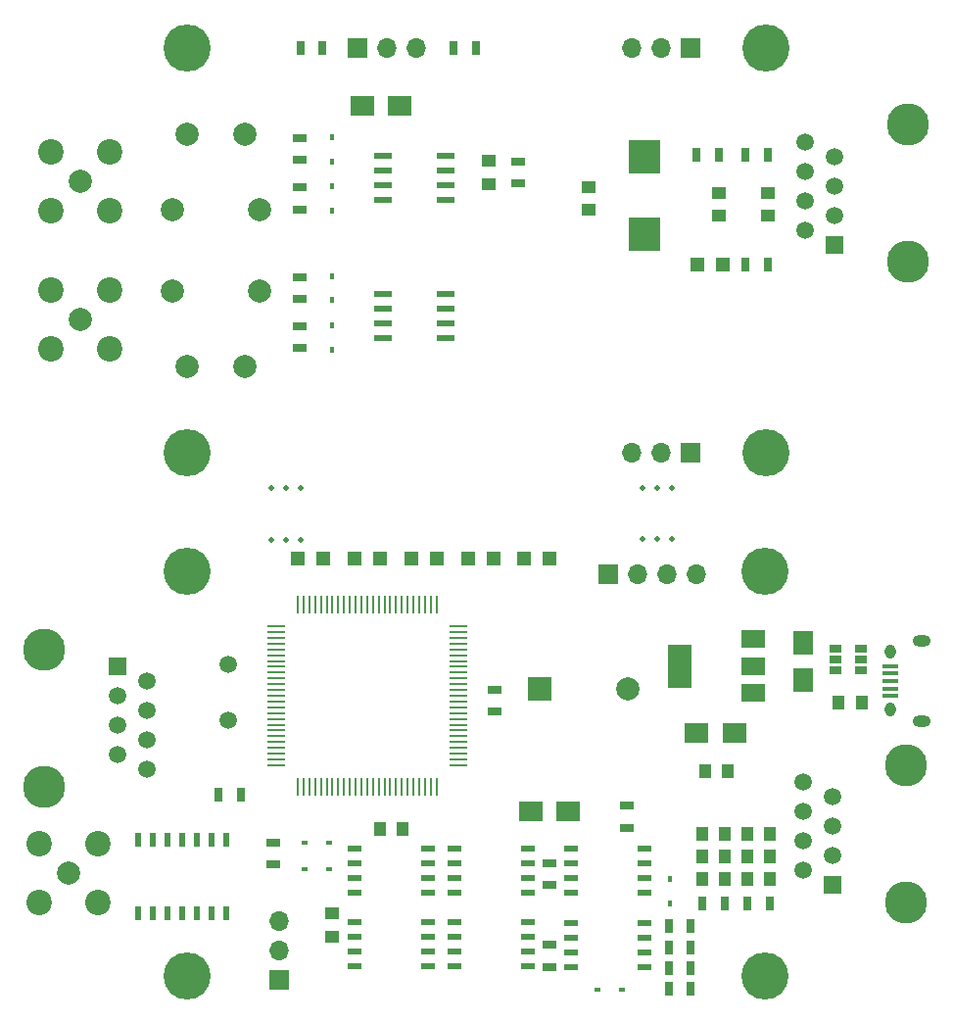
<source format=gts>
G04 #@! TF.FileFunction,Soldermask,Top*
%FSLAX46Y46*%
G04 Gerber Fmt 4.6, Leading zero omitted, Abs format (unit mm)*
G04 Created by KiCad (PCBNEW 4.0.7) date Wed Feb 14 18:29:33 2018*
%MOMM*%
%LPD*%
G01*
G04 APERTURE LIST*
%ADD10C,0.100000*%
%ADD11C,4.064000*%
%ADD12C,2.000000*%
%ADD13R,2.150000X1.800000*%
%ADD14R,2.700000X2.950000*%
%ADD15R,1.250000X1.000000*%
%ADD16R,0.450000X0.600000*%
%ADD17R,1.200000X1.200000*%
%ADD18C,2.200000*%
%ADD19R,1.700000X1.700000*%
%ADD20O,1.700000X1.700000*%
%ADD21C,3.650000*%
%ADD22R,1.500000X1.500000*%
%ADD23C,1.500000*%
%ADD24R,0.700000X1.300000*%
%ADD25R,1.300000X0.700000*%
%ADD26R,1.550000X0.600000*%
%ADD27R,1.500000X0.280000*%
%ADD28R,0.280000X1.500000*%
%ADD29R,2.000000X2.000000*%
%ADD30R,1.000000X1.250000*%
%ADD31R,1.800000X2.150000*%
%ADD32R,0.600000X0.450000*%
%ADD33R,1.060000X0.650000*%
%ADD34R,2.000000X3.800000*%
%ADD35R,2.000000X1.500000*%
%ADD36R,1.350000X0.400000*%
%ADD37O,0.950000X1.250000*%
%ADD38O,1.550000X1.000000*%
%ADD39R,0.508000X1.143000*%
%ADD40R,1.143000X0.508000*%
%ADD41C,0.500000*%
G04 APERTURE END LIST*
D10*
D11*
X89809000Y-56642000D03*
X89809000Y-21642000D03*
X39809000Y-56642000D03*
D12*
X46059000Y-42642000D03*
X38559000Y-42642000D03*
X46059000Y-35642000D03*
X38559000Y-35642000D03*
D13*
X54934000Y-26642000D03*
X58184000Y-26642000D03*
D14*
X79309000Y-31017000D03*
X79309000Y-37767000D03*
D15*
X74559000Y-33642000D03*
X74559000Y-35642000D03*
X85809000Y-34142000D03*
X85809000Y-36142000D03*
X90059000Y-34142000D03*
X90059000Y-36142000D03*
X65919000Y-31422000D03*
X65919000Y-33422000D03*
D16*
X52309000Y-47692000D03*
X52309000Y-45592000D03*
X52309000Y-43442000D03*
X52309000Y-41342000D03*
X52309000Y-35692000D03*
X52309000Y-33592000D03*
X52309000Y-31442000D03*
X52309000Y-29342000D03*
D17*
X86159000Y-40392000D03*
X83959000Y-40392000D03*
D18*
X28019000Y-47682000D03*
X28019000Y-42602000D03*
X33099000Y-42602000D03*
X33099000Y-47682000D03*
D12*
X30559000Y-45142000D03*
D18*
X28019000Y-35682000D03*
X28019000Y-30602000D03*
X33099000Y-30602000D03*
X33099000Y-35682000D03*
D12*
X30559000Y-33142000D03*
D19*
X83309000Y-21642000D03*
D20*
X80769000Y-21642000D03*
X78229000Y-21642000D03*
D19*
X83309000Y-56642000D03*
D20*
X80769000Y-56642000D03*
X78229000Y-56642000D03*
D21*
X102159000Y-28262000D03*
X102159000Y-40132000D03*
D22*
X95809000Y-38642000D03*
D23*
X93269000Y-37372000D03*
X95809000Y-36102000D03*
X93269000Y-34832000D03*
X95809000Y-33562000D03*
X93269000Y-32292000D03*
X95809000Y-31022000D03*
X93269000Y-29752000D03*
D19*
X54559000Y-21642000D03*
D20*
X57099000Y-21642000D03*
X59639000Y-21642000D03*
D24*
X88109000Y-30892000D03*
X90009000Y-30892000D03*
D12*
X39809000Y-49142000D03*
X44809000Y-49142000D03*
X39809000Y-29142000D03*
X44809000Y-29142000D03*
D25*
X49559000Y-47592000D03*
X49559000Y-45692000D03*
X49559000Y-43342000D03*
X49559000Y-41442000D03*
X49559000Y-35592000D03*
X49559000Y-33692000D03*
X49559000Y-31342000D03*
X49559000Y-29442000D03*
D24*
X62859000Y-21642000D03*
X64759000Y-21642000D03*
D25*
X68419000Y-31472000D03*
X68419000Y-33372000D03*
D24*
X51509000Y-21642000D03*
X49609000Y-21642000D03*
X85759000Y-30892000D03*
X83859000Y-30892000D03*
X90009000Y-40392000D03*
X88109000Y-40392000D03*
D11*
X39809000Y-21642000D03*
D26*
X56759000Y-42927000D03*
X56759000Y-44197000D03*
X56759000Y-45467000D03*
X56759000Y-46737000D03*
X62159000Y-46737000D03*
X62159000Y-45467000D03*
X62159000Y-44197000D03*
X62159000Y-42927000D03*
X56739000Y-30937000D03*
X56739000Y-32207000D03*
X56739000Y-33477000D03*
X56739000Y-34747000D03*
X62139000Y-34747000D03*
X62139000Y-33477000D03*
X62139000Y-32207000D03*
X62139000Y-30937000D03*
D24*
X81428000Y-102938500D03*
X83328000Y-102938500D03*
D27*
X47478000Y-71613500D03*
X47478000Y-72113500D03*
X47478000Y-72613500D03*
X47478000Y-73113500D03*
X47478000Y-73613500D03*
X47478000Y-74113500D03*
X47478000Y-74613500D03*
X47478000Y-75113500D03*
X47478000Y-75613500D03*
X47478000Y-76113500D03*
X47478000Y-76613500D03*
X47478000Y-77113500D03*
X47478000Y-77613500D03*
X47478000Y-78113500D03*
X47478000Y-78613500D03*
X47478000Y-79113500D03*
X47478000Y-79613500D03*
X47478000Y-80113500D03*
X47478000Y-80613500D03*
X47478000Y-81113500D03*
X47478000Y-81613500D03*
X47478000Y-82113500D03*
X47478000Y-82613500D03*
X47478000Y-83113500D03*
X47478000Y-83613500D03*
D28*
X49378000Y-85513500D03*
X49878000Y-85513500D03*
X50378000Y-85513500D03*
X50878000Y-85513500D03*
X51378000Y-85513500D03*
X51878000Y-85513500D03*
X52378000Y-85513500D03*
X52878000Y-85513500D03*
X53378000Y-85513500D03*
X53878000Y-85513500D03*
X54378000Y-85513500D03*
X54878000Y-85513500D03*
X55378000Y-85513500D03*
X55878000Y-85513500D03*
X56378000Y-85513500D03*
X56878000Y-85513500D03*
X57378000Y-85513500D03*
X57878000Y-85513500D03*
X58378000Y-85513500D03*
X58878000Y-85513500D03*
X59378000Y-85513500D03*
X59878000Y-85513500D03*
X60378000Y-85513500D03*
X60878000Y-85513500D03*
X61378000Y-85513500D03*
D27*
X63278000Y-83613500D03*
X63278000Y-83113500D03*
X63278000Y-82613500D03*
X63278000Y-82113500D03*
X63278000Y-81613500D03*
X63278000Y-81113500D03*
X63278000Y-80613500D03*
X63278000Y-80113500D03*
X63278000Y-79613500D03*
X63278000Y-79113500D03*
X63278000Y-78613500D03*
X63278000Y-78113500D03*
X63278000Y-77613500D03*
X63278000Y-77113500D03*
X63278000Y-76613500D03*
X63278000Y-76113500D03*
X63278000Y-75613500D03*
X63278000Y-75113500D03*
X63278000Y-74613500D03*
X63278000Y-74113500D03*
X63278000Y-73613500D03*
X63278000Y-73113500D03*
X63278000Y-72613500D03*
X63278000Y-72113500D03*
X63278000Y-71613500D03*
D28*
X61378000Y-69713500D03*
X60878000Y-69713500D03*
X60378000Y-69713500D03*
X59878000Y-69713500D03*
X59378000Y-69713500D03*
X58878000Y-69713500D03*
X58378000Y-69713500D03*
X57878000Y-69713500D03*
X57378000Y-69713500D03*
X56878000Y-69713500D03*
X56378000Y-69713500D03*
X55878000Y-69713500D03*
X55378000Y-69713500D03*
X54878000Y-69713500D03*
X54378000Y-69713500D03*
X53878000Y-69713500D03*
X53378000Y-69713500D03*
X52878000Y-69713500D03*
X52378000Y-69713500D03*
X51878000Y-69713500D03*
X51378000Y-69713500D03*
X50878000Y-69713500D03*
X50378000Y-69713500D03*
X49878000Y-69713500D03*
X49378000Y-69713500D03*
D11*
X89778000Y-101838500D03*
X39778000Y-101838500D03*
X89778000Y-66838500D03*
D29*
X70278000Y-77038500D03*
D12*
X77878000Y-77038500D03*
D30*
X98128000Y-78238500D03*
X96128000Y-78238500D03*
D31*
X93078000Y-76263500D03*
X93078000Y-73013500D03*
D30*
X84578000Y-84138500D03*
X86578000Y-84138500D03*
X56478000Y-89088500D03*
X58478000Y-89088500D03*
D15*
X52378000Y-98438500D03*
X52378000Y-96438500D03*
D13*
X69493000Y-87588500D03*
X72743000Y-87588500D03*
X83853000Y-80838500D03*
X87103000Y-80838500D03*
D16*
X81578000Y-95588500D03*
X81578000Y-93488500D03*
D32*
X75328000Y-102988500D03*
X77428000Y-102988500D03*
X49978000Y-90338500D03*
X52078000Y-90338500D03*
D33*
X98028000Y-75438500D03*
X98028000Y-74488500D03*
X98028000Y-73538500D03*
X95828000Y-73538500D03*
X95828000Y-75438500D03*
X95828000Y-74488500D03*
D32*
X49978000Y-92588500D03*
X52078000Y-92588500D03*
D17*
X54278000Y-65738500D03*
X56478000Y-65738500D03*
X59178000Y-65738500D03*
X61378000Y-65738500D03*
X64078000Y-65738500D03*
X66278000Y-65738500D03*
X68978000Y-65738500D03*
X71178000Y-65738500D03*
X49378000Y-65738500D03*
X51578000Y-65738500D03*
D21*
X27428000Y-85468500D03*
X27428000Y-73598500D03*
D22*
X33778000Y-75088500D03*
D23*
X36318000Y-76358500D03*
X33778000Y-77628500D03*
X36318000Y-78898500D03*
X33778000Y-80168500D03*
X36318000Y-81438500D03*
X33778000Y-82708500D03*
X36318000Y-83978500D03*
D19*
X76178000Y-67138500D03*
D20*
X78718000Y-67138500D03*
X81258000Y-67138500D03*
X83798000Y-67138500D03*
D25*
X77828000Y-89038500D03*
X77828000Y-87138500D03*
D24*
X81428000Y-99338500D03*
X83328000Y-99338500D03*
X81428000Y-101138500D03*
X83328000Y-101138500D03*
X81428000Y-97538500D03*
X83328000Y-97538500D03*
D25*
X71178000Y-93988500D03*
X71178000Y-92088500D03*
X71178000Y-101038500D03*
X71178000Y-99138500D03*
X47278000Y-92188500D03*
X47278000Y-90288500D03*
D24*
X42528000Y-86138500D03*
X44428000Y-86138500D03*
D25*
X66378000Y-78988500D03*
X66378000Y-77088500D03*
D34*
X82428000Y-75038500D03*
D35*
X88728000Y-75038500D03*
X88728000Y-72738500D03*
X88728000Y-77338500D03*
D23*
X43378000Y-74863500D03*
X43378000Y-79743500D03*
D11*
X39778000Y-66838500D03*
D30*
X86328000Y-93438500D03*
X84328000Y-93438500D03*
X86328000Y-91488500D03*
X84328000Y-91488500D03*
X86328000Y-89538500D03*
X84328000Y-89538500D03*
X88228000Y-89588500D03*
X90228000Y-89588500D03*
X88228000Y-91488500D03*
X90228000Y-91488500D03*
X88228000Y-93438500D03*
X90228000Y-93438500D03*
D21*
X101917500Y-83600000D03*
X101917500Y-95470000D03*
D22*
X95567500Y-93980000D03*
D23*
X93027500Y-92710000D03*
X95567500Y-91440000D03*
X93027500Y-90170000D03*
X95567500Y-88900000D03*
X93027500Y-87630000D03*
X95567500Y-86360000D03*
X93027500Y-85090000D03*
D36*
X100628000Y-77638500D03*
X100628000Y-76988500D03*
X100628000Y-76338500D03*
X100628000Y-75688500D03*
X100628000Y-75038500D03*
D37*
X100628000Y-78838500D03*
X100628000Y-73838500D03*
D38*
X103328000Y-79838500D03*
X103328000Y-72838500D03*
D24*
X86278000Y-95588500D03*
X84378000Y-95588500D03*
X90178000Y-95588500D03*
X88278000Y-95588500D03*
D18*
X27038000Y-95478500D03*
X27038000Y-90398500D03*
X32118000Y-90398500D03*
X32118000Y-95478500D03*
D12*
X29578000Y-92938500D03*
D39*
X43188000Y-90036500D03*
X41918000Y-90036500D03*
X40648000Y-90036500D03*
X39378000Y-90036500D03*
X38108000Y-90036500D03*
X36838000Y-90036500D03*
X35568000Y-90036500D03*
X35568000Y-96386500D03*
X36838000Y-96386500D03*
X39378000Y-96386500D03*
X40648000Y-96386500D03*
X41918000Y-96386500D03*
X43188000Y-96386500D03*
X38108000Y-96386500D03*
D19*
X47758000Y-102158500D03*
D20*
X47758000Y-99618500D03*
X47758000Y-97078500D03*
D40*
X79353000Y-97233500D03*
X79353000Y-98503500D03*
X79353000Y-99773500D03*
X79353000Y-101043500D03*
X73003000Y-101043500D03*
X73003000Y-99773500D03*
X73003000Y-98503500D03*
X73003000Y-97233500D03*
X69303000Y-90833500D03*
X69303000Y-92103500D03*
X69303000Y-93373500D03*
X69303000Y-94643500D03*
X62953000Y-94643500D03*
X62953000Y-93373500D03*
X62953000Y-92103500D03*
X62953000Y-90833500D03*
X69303000Y-97183500D03*
X69303000Y-98453500D03*
X69303000Y-99723500D03*
X69303000Y-100993500D03*
X62953000Y-100993500D03*
X62953000Y-99723500D03*
X62953000Y-98453500D03*
X62953000Y-97183500D03*
X60653000Y-90833500D03*
X60653000Y-92103500D03*
X60653000Y-93373500D03*
X60653000Y-94643500D03*
X54303000Y-94643500D03*
X54303000Y-93373500D03*
X54303000Y-92103500D03*
X54303000Y-90833500D03*
X60653000Y-97183500D03*
X60653000Y-98453500D03*
X60653000Y-99723500D03*
X60653000Y-100993500D03*
X54303000Y-100993500D03*
X54303000Y-99723500D03*
X54303000Y-98453500D03*
X54303000Y-97183500D03*
X79353000Y-90833500D03*
X79353000Y-92103500D03*
X79353000Y-93373500D03*
X79353000Y-94643500D03*
X73003000Y-94643500D03*
X73003000Y-93373500D03*
X73003000Y-92103500D03*
X73003000Y-90833500D03*
D41*
X48387000Y-59626500D03*
X49657000Y-59626500D03*
X47117000Y-59626500D03*
X48387000Y-64135000D03*
X49657000Y-64135000D03*
X47117000Y-64135000D03*
X80454500Y-59626500D03*
X81724500Y-59626500D03*
X79184500Y-59626500D03*
X80454500Y-64071500D03*
X81724500Y-64071500D03*
X79184500Y-64071500D03*
M02*

</source>
